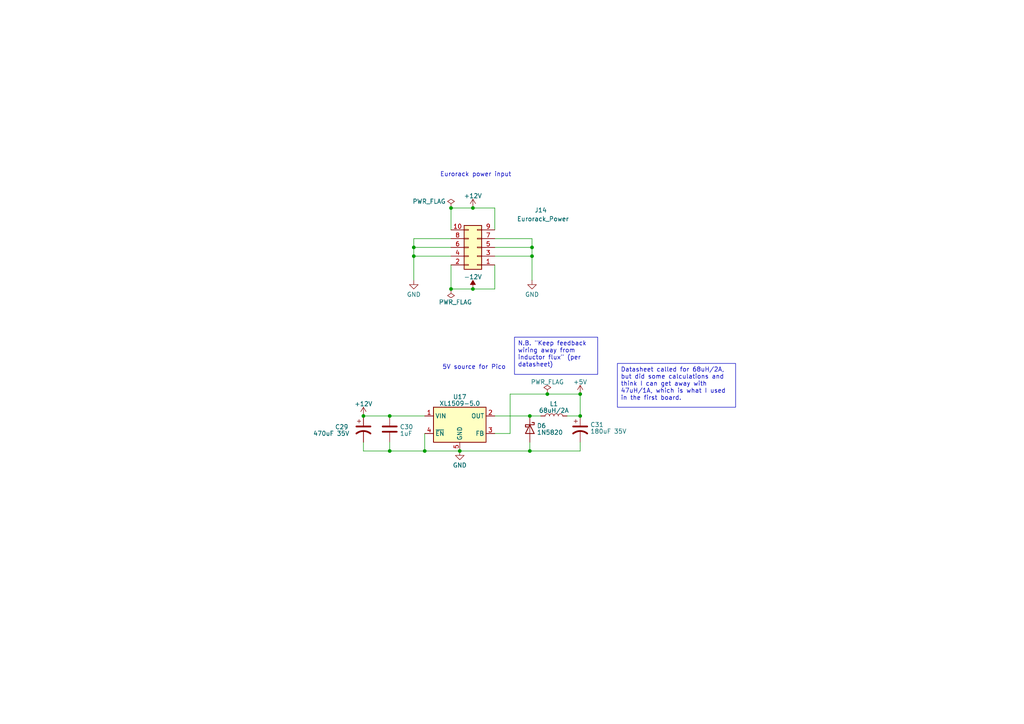
<source format=kicad_sch>
(kicad_sch (version 20230121) (generator eeschema)
  (paper "A4")
  (lib_symbols
    (symbol "Connector_Generic:Conn_02x05_Odd_Even" (pin_names (offset 1.016) hide)
      (property "Reference" "J" (at 1.27 7.62 0))
      (property "Value" "Conn_02x05_Odd_Even" (at 1.27 -7.62 0))
      (symbol "Conn_02x05_Odd_Even_1_1"
        (rectangle (start -1.27 -4.953) (end 0 -5.207) (stroke (width 0.1524)))
        (rectangle (start -1.27 -2.413) (end 0 -2.667) (stroke (width 0.1524)))
        (rectangle (start -1.27 0.127) (end 0 -0.127) (stroke (width 0.1524)))
        (rectangle (start -1.27 2.667) (end 0 2.413) (stroke (width 0.1524)))
        (rectangle (start -1.27 5.207) (end 0 4.953) (stroke (width 0.1524)))
        (rectangle (start -1.27 6.35) (end 3.81 -6.35) (stroke (width 0.254)) (fill (type background)))
        (rectangle (start 3.81 -4.953) (end 2.54 -5.207) (stroke (width 0.1524)))
        (rectangle (start 3.81 -2.413) (end 2.54 -2.667) (stroke (width 0.1524)))
        (rectangle (start 3.81 0.127) (end 2.54 -0.127) (stroke (width 0.1524)))
        (rectangle (start 3.81 2.667) (end 2.54 2.413) (stroke (width 0.1524)))
        (rectangle (start 3.81 5.207) (end 2.54 4.953) (stroke (width 0.1524)))
        (pin passive line (at -5.08 5.08 0) (length 3.81) (name "Pin_1") (number "1"))
        (pin passive line (at 7.62 -5.08 180) (length 3.81) (name "Pin_10") (number "10"))
        (pin passive line (at 7.62 5.08 180) (length 3.81) (name "Pin_2") (number "2"))
        (pin passive line (at -5.08 2.54 0) (length 3.81) (name "Pin_3") (number "3"))
        (pin passive line (at 7.62 2.54 180) (length 3.81) (name "Pin_4") (number "4"))
        (pin passive line (at -5.08 0 0) (length 3.81) (name "Pin_5") (number "5"))
        (pin passive line (at 7.62 0 180) (length 3.81) (name "Pin_6") (number "6"))
        (pin passive line (at -5.08 -2.54 0) (length 3.81) (name "Pin_7") (number "7"))
        (pin passive line (at 7.62 -2.54 180) (length 3.81) (name "Pin_8") (number "8"))
        (pin passive line (at -5.08 -5.08 0) (length 3.81) (name "Pin_9") (number "9"))
      )
    )
    (symbol "Device:C" (pin_numbers hide) (pin_names (offset 0.254))
      (property "Reference" "C" (at 0.635 2.54 0))
      (property "Value" "C" (at 0.635 -2.54 0))
      (symbol "C_0_1"
        (polyline (pts (xy -2.032 -0.762) (xy 2.032 -0.762)) (stroke (width 0.508)))
        (polyline (pts (xy -2.032 0.762) (xy 2.032 0.762)) (stroke (width 0.508)))
      )
      (symbol "C_1_1"
        (pin passive line (at 0 3.81 270) (length 2.794) (name "~") (number "1"))
        (pin passive line (at 0 -3.81 90) (length 2.794) (name "~") (number "2"))
      )
    )
    (symbol "Device:C_Polarized_US" (pin_numbers hide) (pin_names (offset 0.254) hide)
      (property "Reference" "C" (at 0.635 2.54 0))
      (property "Value" "C_Polarized_US" (at 0.635 -2.54 0))
      (symbol "C_Polarized_US_0_1"
        (polyline (pts (xy -2.032 0.762) (xy 2.032 0.762)) (stroke (width 0.508)))
        (polyline (pts (xy -1.778 2.286) (xy -0.762 2.286)))
        (polyline (pts (xy -1.27 1.778) (xy -1.27 2.794)))
        (arc (start 2.032 -1.27) (mid 0 -0.5572) (end -2.032 -1.27) (stroke (width 0.508)))
      )
      (symbol "C_Polarized_US_1_1"
        (pin passive line (at 0 3.81 270) (length 2.794) (name "~") (number "1"))
        (pin passive line (at 0 -3.81 90) (length 3.302) (name "~") (number "2"))
      )
    )
    (symbol "Device:L" (pin_numbers hide) (pin_names (offset 1.016) hide)
      (property "Reference" "L" (at -1.27 0 90))
      (property "Value" "L" (at 1.905 0 90))
      (symbol "L_0_1"
        (arc (start 0 -2.54) (mid 0.6323 -1.905) (end 0 -1.27))
        (arc (start 0 -1.27) (mid 0.6323 -0.635) (end 0 0))
        (arc (start 0 0) (mid 0.6323 0.635) (end 0 1.27))
        (arc (start 0 1.27) (mid 0.6323 1.905) (end 0 2.54))
      )
      (symbol "L_1_1"
        (pin passive line (at 0 3.81 270) (length 1.27) (name "1") (number "1"))
        (pin passive line (at 0 -3.81 90) (length 1.27) (name "2") (number "2"))
      )
    )
    (symbol "Diode:1N5820" (pin_numbers hide) (pin_names (offset 1.016) hide)
      (property "Reference" "D" (at 0 2.54 0))
      (property "Value" "1N5820" (at 0 -2.54 0))
      (symbol "1N5820_0_1"
        (polyline (pts (xy 1.27 0) (xy -1.27 0)))
        (polyline (pts (xy 1.27 1.27) (xy 1.27 -1.27) (xy -1.27 0) (xy 1.27 1.27)) (stroke (width 0.254)))
        (polyline (pts (xy -1.905 0.635) (xy -1.905 1.27) (xy -1.27 1.27) (xy -1.27 -1.27) (xy -0.635 -1.27) (xy -0.635 -0.635)) (stroke (width 0.254)))
      )
      (symbol "1N5820_1_1"
        (pin passive line (at -3.81 0 0) (length 2.54) (name "K") (number "1"))
        (pin passive line (at 3.81 0 180) (length 2.54) (name "A") (number "2"))
      )
    )
    (symbol "Regulator_Switching:XL1509-5.0"
      (property "Reference" "U" (at -7.112 6.096 0))
      (property "Value" "XL1509-5.0" (at 5.842 6.096 0))
      (symbol "XL1509-5.0_0_1"
        (rectangle (start -7.62 5.08) (end 7.62 -5.08) (stroke (width 0.254)) (fill (type background)))
      )
      (symbol "XL1509-5.0_1_1"
        (pin power_in line (at -10.16 2.54 0) (length 2.54) (name "VIN") (number "1"))
        (pin power_out line (at 10.16 2.54 180) (length 2.54) (name "OUT") (number "2"))
        (pin input line (at 10.16 -2.54 180) (length 2.54) (name "FB") (number "3"))
        (pin input line (at -10.16 -2.54 0) (length 2.54) (name "~{EN}") (number "4"))
        (pin power_in line (at 0 -7.62 90) (length 2.54) (name "GND") (number "5"))
        (pin passive line (at 0 -7.62 90) (length 2.54) hide (name "GND") (number "6"))
        (pin passive line (at 0 -7.62 90) (length 2.54) hide (name "GND") (number "7"))
        (pin passive line (at 0 -7.62 90) (length 2.54) hide (name "GND") (number "8"))
      )
    )
    (symbol "power:+12V" (power) (pin_names (offset 0))
      (property "Value" "+12V" (at 0 3.556 0))
      (symbol "+12V_0_1"
        (polyline (pts (xy -0.762 1.27) (xy 0 2.54)))
        (polyline (pts (xy 0 0) (xy 0 2.54)))
        (polyline (pts (xy 0 2.54) (xy 0.762 1.27)))
      )
      (symbol "+12V_1_1"
        (pin power_in line (at 0 0 90) (length 0) hide (name "+12V") (number "1"))
      )
    )
    (symbol "power:+5V" (power) (pin_names (offset 0))
      (property "Value" "+5V" (at 0 3.556 0))
      (symbol "+5V_0_1"
        (polyline (pts (xy -0.762 1.27) (xy 0 2.54)))
        (polyline (pts (xy 0 0) (xy 0 2.54)))
        (polyline (pts (xy 0 2.54) (xy 0.762 1.27)))
      )
      (symbol "+5V_1_1"
        (pin power_in line (at 0 0 90) (length 0) hide (name "+5V") (number "1"))
      )
    )
    (symbol "power:-12V" (power) (pin_names (offset 0))
      (property "Value" "-12V" (at 0 3.81 0))
      (symbol "-12V_0_0"
        (pin power_in line (at 0 0 90) (length 0) hide (name "-12V") (number "1"))
      )
      (symbol "-12V_0_1"
        (polyline (pts (xy 0 0) (xy 0 1.27) (xy 0.762 1.27) (xy 0 2.54) (xy -0.762 1.27) (xy 0 1.27)) (fill (type outline)))
      )
    )
    (symbol "power:GND" (power) (pin_names (offset 0))
      (property "Value" "GND" (at 0 -3.81 0))
      (symbol "GND_0_1"
        (polyline (pts (xy 0 0) (xy 0 -1.27) (xy 1.27 -1.27) (xy 0 -2.54) (xy -1.27 -1.27) (xy 0 -1.27)))
      )
      (symbol "GND_1_1"
        (pin power_in line (at 0 0 270) (length 0) hide (name "GND") (number "1"))
      )
    )
    (symbol "power:PWR_FLAG" (power) (pin_numbers hide) (pin_names (offset 0) hide)
      (property "Value" "PWR_FLAG" (at 0 3.81 0))
      (symbol "PWR_FLAG_0_0"
        (pin power_out line (at 0 0 90) (length 0) (name "pwr") (number "1"))
      )
      (symbol "PWR_FLAG_0_1"
        (polyline (pts (xy 0 0) (xy 0 1.27) (xy -1.016 1.905) (xy 0 2.54) (xy 1.016 1.905) (xy 0 1.27)))
      )
    )
  )
  (junction (at 168.275 114.3))
  (junction (at 153.67 120.65))
  (junction (at 120.015 71.755))
  (junction (at 123.19 130.81))
  (junction (at 130.81 83.82))
  (junction (at 154.305 71.755))
  (junction (at 153.67 130.81))
  (junction (at 137.16 83.82))
  (junction (at 105.41 120.65))
  (junction (at 154.305 74.295))
  (junction (at 158.75 114.3))
  (junction (at 137.16 60.325))
  (junction (at 113.03 120.65))
  (junction (at 133.35 130.81))
  (junction (at 120.015 74.295))
  (junction (at 113.03 130.81))
  (junction (at 168.275 120.65))
  (junction (at 130.81 60.325))
  (wire (pts (xy 113.03 120.65) (xy 123.19 120.65)))
  (wire (pts (xy 113.03 130.81) (xy 123.19 130.81)))
  (wire (pts (xy 147.955 114.3) (xy 147.955 125.73)))
  (wire (pts (xy 130.81 76.835) (xy 130.81 83.82)))
  (wire (pts (xy 143.51 83.82) (xy 143.51 76.835)))
  (wire (pts (xy 153.67 120.65) (xy 156.845 120.65)))
  (wire (pts (xy 143.51 71.755) (xy 154.305 71.755)))
  (wire (pts (xy 120.015 69.215) (xy 120.015 71.755)))
  (wire (pts (xy 120.015 74.295) (xy 120.015 81.28)))
  (wire (pts (xy 168.275 120.65) (xy 168.275 114.3)))
  (wire (pts (xy 113.03 128.27) (xy 113.03 130.81)))
  (wire (pts (xy 137.16 83.82) (xy 143.51 83.82)))
  (wire (pts (xy 137.16 60.325) (xy 143.51 60.325)))
  (wire (pts (xy 168.275 114.3) (xy 158.75 114.3)))
  (wire (pts (xy 130.81 69.215) (xy 120.015 69.215)))
  (wire (pts (xy 154.305 71.755) (xy 154.305 74.295)))
  (wire (pts (xy 105.41 128.27) (xy 105.41 130.81)))
  (wire (pts (xy 130.81 66.675) (xy 130.81 60.325)))
  (wire (pts (xy 158.75 114.3) (xy 147.955 114.3)))
  (wire (pts (xy 164.465 120.65) (xy 168.275 120.65)))
  (wire (pts (xy 154.305 74.295) (xy 154.305 81.28)))
  (wire (pts (xy 123.19 130.81) (xy 133.35 130.81)))
  (wire (pts (xy 154.305 69.215) (xy 154.305 71.755)))
  (wire (pts (xy 105.41 120.65) (xy 113.03 120.65)))
  (wire (pts (xy 123.19 125.73) (xy 123.19 130.81)))
  (wire (pts (xy 120.015 71.755) (xy 120.015 74.295)))
  (wire (pts (xy 153.67 130.81) (xy 168.275 130.81)))
  (wire (pts (xy 143.51 74.295) (xy 154.305 74.295)))
  (wire (pts (xy 130.81 71.755) (xy 120.015 71.755)))
  (wire (pts (xy 130.81 83.82) (xy 137.16 83.82)))
  (wire (pts (xy 153.67 130.81) (xy 153.67 128.27)))
  (wire (pts (xy 147.955 125.73) (xy 143.51 125.73)))
  (wire (pts (xy 143.51 69.215) (xy 154.305 69.215)))
  (wire (pts (xy 130.81 74.295) (xy 120.015 74.295)))
  (wire (pts (xy 105.41 130.81) (xy 113.03 130.81)))
  (wire (pts (xy 133.35 130.81) (xy 153.67 130.81)))
  (wire (pts (xy 168.275 130.81) (xy 168.275 128.27)))
  (wire (pts (xy 143.51 60.325) (xy 143.51 66.675)))
  (wire (pts (xy 143.51 120.65) (xy 153.67 120.65)))
  (wire (pts (xy 130.81 60.325) (xy 137.16 60.325)))
  (text_box "N.B. \"Keep feedback wiring away from inductor flux\" (per datasheet)" (at 149.225 97.79 0) (size 24.13 10.795) (effects (font (size 1.27 1.27)) (justify left top)))
  (text_box "Datasheet called for 68uH/2A, but did some calculations and think I can get away with 47uH/1A, which is what I used in the first board." (at 179.07 105.41 0) (size 34.29 12.7) (effects (font (size 1.27 1.27)) (justify left top)))
  (text "Eurorack power input" (at 127.635 51.435 0) (effects (font (size 1.27 1.27)) (justify left bottom)))
  (text "5V source for Pico" (at 128.27 107.315 0) (effects (font (size 1.27 1.27)) (justify left bottom)))
  (symbol (lib_id "power:PWR_FLAG") (at 158.75 114.3 0) (unit 1)
    (property "Reference" "#FLG05" (effects hide))
    (property "Value" "PWR_FLAG" (at 158.75 110.7981 0))
  )
  (symbol (lib_id "Device:C_Polarized_US") (at 105.41 124.46 0) (unit 1)
    (property "Reference" "C29" (at 97.155 123.825 0) (effects (justify left)))
    (property "Value" "470uF 35V" (at 90.805 125.73 0) (effects (justify left)))
    (property "Footprint" "Capacitor_THT:CP_Radial_D10.0mm_P5.00mm" (effects hide))
  )
  (symbol (lib_id "Device:C") (at 113.03 124.46 0) (unit 1)
    (property "Reference" "C30" (at 115.951 123.8163 0) (effects (justify left)))
    (property "Value" "1uF" (at 115.951 125.7373 0) (effects (justify left)))
    (property "Footprint" "Capacitor_SMD:C_0603_1608Metric" (effects hide))
  )
  (symbol (lib_id "power:GND") (at 120.015 81.28 0) (mirror y) (unit 1)
    (property "Reference" "#PWR075" (effects hide))
    (property "Value" "GND" (at 120.015 85.4155 0))
  )
  (symbol (lib_id "power:+5V") (at 168.275 114.3 0) (unit 1)
    (property "Reference" "#PWR080" (effects hide))
    (property "Value" "+5V" (at 168.275 110.7981 0))
  )
  (symbol (lib_id "Connector_Generic:Conn_02x05_Odd_Even") (at 138.43 71.755 180) (unit 1)
    (property "Reference" "J14" (at 156.845 60.96 0))
    (property "Value" "Eurorack_Power" (at 157.48 63.5 0))
    (property "Footprint" "Connector_IDC:IDC-Header_2x05_P2.54mm_Vertical" (effects hide))
  )
  (symbol (lib_id "power:GND") (at 154.305 81.28 0) (unit 1)
    (property "Reference" "#PWR079" (effects hide))
    (property "Value" "GND" (at 154.305 85.4155 0))
  )
  (symbol (lib_id "Device:L") (at 160.655 120.65 90) (unit 1)
    (property "Reference" "L1" (at 160.655 117.1347 90))
    (property "Value" "68uH/2A" (at 160.655 119.0557 90))
    (property "Footprint" "Inductor_THT:L_Radial_D7.0mm_P3.00mm" (effects hide))
  )
  (symbol (lib_id "power:PWR_FLAG") (at 130.81 83.82 0) (mirror x) (unit 1)
    (property "Reference" "#FLG04" (effects hide))
    (property "Value" "PWR_FLAG" (at 132.08 87.63 0))
  )
  (symbol (lib_id "power:PWR_FLAG") (at 130.81 60.325 0) (unit 1)
    (property "Reference" "#FLG03" (effects hide))
    (property "Value" "PWR_FLAG" (at 124.46 58.42 0))
  )
  (symbol (lib_id "power:+12V") (at 105.41 120.65 0) (unit 1)
    (property "Reference" "#PWR074" (effects hide))
    (property "Value" "+12V" (at 105.41 117.1481 0))
  )
  (symbol (lib_id "power:+12V") (at 137.16 60.325 0) (unit 1)
    (property "Reference" "#PWR077" (effects hide))
    (property "Value" "+12V" (at 137.16 56.8231 0))
  )
  (symbol (lib_id "Device:C_Polarized_US") (at 168.275 124.46 0) (unit 1)
    (property "Reference" "C31" (at 171.196 123.1813 0) (effects (justify left)))
    (property "Value" "180uF 35V" (at 171.196 125.1023 0) (effects (justify left)))
    (property "Footprint" "Capacitor_THT:CP_Radial_D8.0mm_P3.50mm" (effects hide))
  )
  (symbol (lib_id "power:GND") (at 133.35 130.81 0) (unit 1)
    (property "Reference" "#PWR076" (effects hide))
    (property "Value" "GND" (at 133.35 134.9455 0))
  )
  (symbol (lib_id "Regulator_Switching:XL1509-5.0") (at 133.35 123.19 0) (unit 1)
    (property "Reference" "U17" (at 133.35 115.1001 0))
    (property "Value" "XL1509-5.0" (at 133.35 117.0211 0))
    (property "Footprint" "Package_SO:SOIC-8_3.9x4.9mm_P1.27mm" (effects hide))
    (property "Datasheet" "https://datasheet.lcsc.com/lcsc/1809050422_XLSEMI-XL1509-5-0E1_C61063.pdf" (effects hide))
  )
  (symbol (lib_id "Diode:1N5820") (at 153.67 124.46 270) (unit 1)
    (property "Reference" "D6" (at 155.702 123.4988 90) (effects (justify left)))
    (property "Value" "1N5820" (at 155.702 125.4198 90) (effects (justify left)))
    (property "Footprint" "Diode_THT:D_DO-201AD_P15.24mm_Horizontal" (effects hide))
    (property "Datasheet" "http://www.vishay.com/docs/88526/1n5820.pdf" (effects hide))
  )
  (symbol (lib_id "power:-12V") (at 137.16 83.82 0) (unit 1)
    (property "Reference" "#PWR078" (effects hide))
    (property "Value" "-12V" (at 137.16 80.3181 0))
  )
)
</source>
